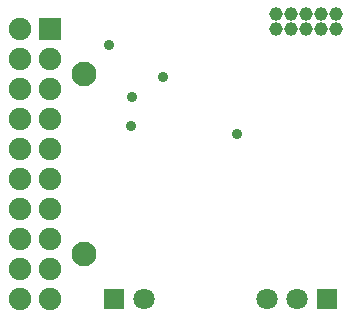
<source format=gbs>
%FSLAX43Y43*%
%MOMM*%
G71*
G01*
G75*
G04 Layer_Color=16711935*
%ADD10R,0.650X0.500*%
%ADD11R,1.600X1.000*%
%ADD12R,2.500X3.000*%
%ADD13R,0.675X0.250*%
%ADD14R,0.250X0.675*%
%ADD15R,1.500X1.100*%
%ADD16R,0.400X0.400*%
%ADD17R,1.400X0.600*%
%ADD18R,0.650X0.800*%
%ADD19R,1.000X0.950*%
%ADD20R,0.600X0.900*%
%ADD21R,0.800X0.650*%
%ADD22R,0.500X0.650*%
%ADD23R,0.900X0.600*%
%ADD24C,0.254*%
%ADD25C,0.200*%
%ADD26C,0.300*%
%ADD27C,0.250*%
%ADD28C,1.700*%
%ADD29R,1.700X1.700*%
%ADD30C,1.800*%
%ADD31R,1.800X1.800*%
%ADD32C,1.050*%
%ADD33C,2.000*%
%ADD34C,0.600*%
%ADD35C,1.016*%
%ADD36C,1.600*%
G04:AMPARAMS|DCode=37|XSize=2.524mm|YSize=2.524mm|CornerRadius=0mm|HoleSize=0mm|Usage=FLASHONLY|Rotation=0.000|XOffset=0mm|YOffset=0mm|HoleType=Round|Shape=Relief|Width=0.254mm|Gap=0.254mm|Entries=4|*
%AMTHD37*
7,0,0,2.524,2.016,0.254,45*
%
%ADD37THD37*%
G04:AMPARAMS|DCode=38|XSize=1.45mm|YSize=1.45mm|CornerRadius=0mm|HoleSize=0mm|Usage=FLASHONLY|Rotation=0.000|XOffset=0mm|YOffset=0mm|HoleType=Round|Shape=Relief|Width=0.2mm|Gap=0.2mm|Entries=4|*
%AMTHD38*
7,0,0,1.450,1.050,0.200,45*
%
%ADD38THD38*%
%ADD39C,1.250*%
%ADD40C,2.600*%
%ADD41C,0.900*%
%ADD42C,0.800*%
%ADD43C,0.100*%
%ADD44C,0.150*%
%ADD45R,2.100X2.100*%
%ADD46R,1.800X0.700*%
%ADD47R,0.750X0.600*%
%ADD48R,1.700X1.100*%
%ADD49R,2.600X3.100*%
%ADD50R,0.825X0.400*%
%ADD51R,0.400X0.825*%
%ADD52R,1.600X1.200*%
%ADD53R,0.500X0.500*%
%ADD54R,1.500X0.700*%
%ADD55R,0.750X0.900*%
%ADD56R,1.100X1.050*%
%ADD57R,0.700X1.000*%
%ADD58R,0.900X0.750*%
%ADD59R,0.600X0.750*%
%ADD60R,1.000X0.700*%
%ADD61R,1.800X1.800*%
%ADD62C,1.900*%
%ADD63R,1.900X1.900*%
%ADD64C,1.150*%
%ADD65C,2.100*%
%ADD66C,0.900*%
D30*
X23435Y3570D02*
D03*
X25975D02*
D03*
X13045Y3570D02*
D03*
D61*
X28515Y3570D02*
D03*
X10505Y3570D02*
D03*
D62*
X2530Y26430D02*
D03*
X5070Y21350D02*
D03*
X2530D02*
D03*
Y23890D02*
D03*
X5070D02*
D03*
X2530Y3570D02*
D03*
Y6110D02*
D03*
X5070D02*
D03*
X2530Y13730D02*
D03*
X5070Y11190D02*
D03*
X2530D02*
D03*
Y8650D02*
D03*
X5070Y13730D02*
D03*
Y8650D02*
D03*
Y16270D02*
D03*
X2530Y18810D02*
D03*
X5070D02*
D03*
X2530Y16270D02*
D03*
X5070Y3570D02*
D03*
D63*
Y26430D02*
D03*
D64*
X24260Y27735D02*
D03*
Y26465D02*
D03*
X29340D02*
D03*
X28070D02*
D03*
X26800D02*
D03*
X25530D02*
D03*
Y27735D02*
D03*
X26800D02*
D03*
X28070D02*
D03*
X29340D02*
D03*
D65*
X8000Y7380D02*
D03*
Y22620D02*
D03*
D66*
X20900Y17544D02*
D03*
X14700Y22350D02*
D03*
X12000Y18200D02*
D03*
X12076Y20676D02*
D03*
X10058Y25125D02*
D03*
M02*

</source>
